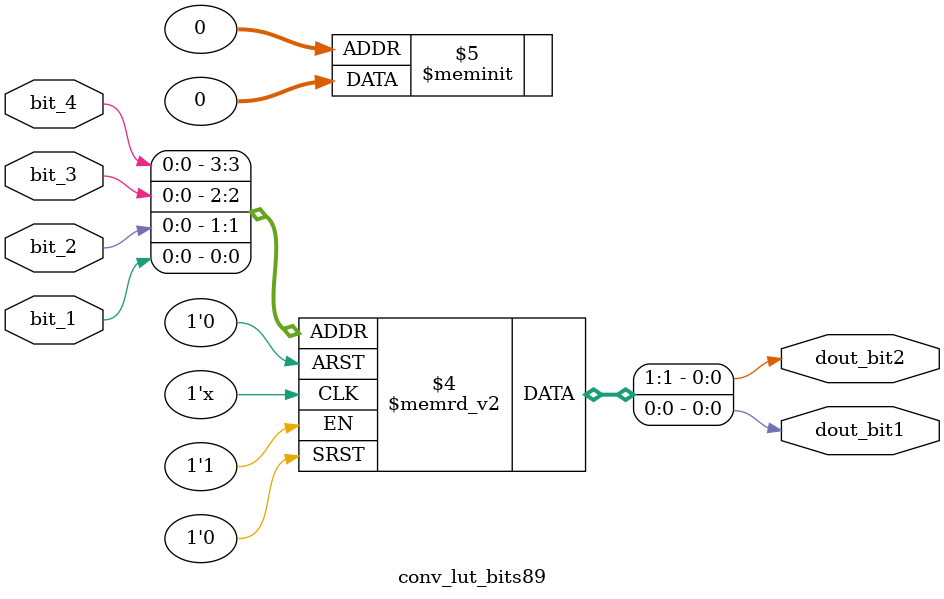
<source format=v>
module conv_lut_bits89(
input				bit_1,
input				bit_2,
input				bit_3,
input				bit_4,


output reg		dout_bit1,
output reg		dout_bit2

);

//wire reg define here

//wire				bit_1;
//wire				bit_2;
//wire				bit_3;
//wire				bit_4;
//wire				dout_bit1; //low bit
//wire				dout_bit2; //heigh bit


always@(*)begin
		case({bit_4,bit_3,bit_2,bit_1})
			4'b0000:
			begin
				dout_bit1 <= 0;
				dout_bit2 <= 0;	
			end
		4'b0001:
			begin
				dout_bit1 <= 0;
				dout_bit2 <= 0;	
			end
		4'b0010:
			begin
				dout_bit1 <= 0;
				dout_bit2 <= 0;	
			end
		4'b0011:
			begin
				dout_bit1 <= 0;
				dout_bit2 <= 0;	
			end
		4'b0100:
			begin
				dout_bit1 <= 0;
				dout_bit2 <= 0;	
			end
		4'b0101:
			begin
				dout_bit1 <= 0;
				dout_bit2 <= 0;	
			end
		4'b0110:
			begin
				dout_bit1 <= 0;
				dout_bit2 <= 0;	
			end
		4'b0111:
			begin
				dout_bit1 <= 0;
				dout_bit2 <= 0;	
			end
		4'b1000:
			begin
				dout_bit1 <= 0;
				dout_bit2 <= 0;	
			end
		4'b1001:
			begin
				dout_bit1 <= 0;
				dout_bit2 <= 0;	
			end
		4'b1010:
			begin
				dout_bit1 <= 0;
				dout_bit2 <= 0;	
			end
		4'b1011:
			begin
				dout_bit1 <= 0;
				dout_bit2 <= 0;	
			end	
		4'b1100:
			begin
				dout_bit1 <= 0;
				dout_bit2 <= 0;	
			end
		4'b1101:
			begin
				dout_bit1 <= 0;
				dout_bit2 <= 0;	
			end
		4'b1110:
			begin
				dout_bit1 <= 0;
				dout_bit2 <= 0;	
			end
		4'b1111:
			begin
				dout_bit1 <= 0;
				dout_bit2 <= 0;	
			end				

		endcase


end




endmodule

</source>
